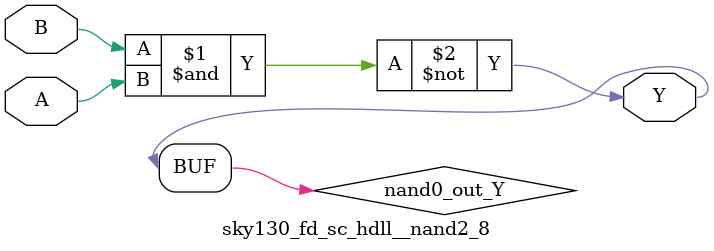
<source format=v>
/*
 * Copyright 2020 The SkyWater PDK Authors
 *
 * Licensed under the Apache License, Version 2.0 (the "License");
 * you may not use this file except in compliance with the License.
 * You may obtain a copy of the License at
 *
 *     https://www.apache.org/licenses/LICENSE-2.0
 *
 * Unless required by applicable law or agreed to in writing, software
 * distributed under the License is distributed on an "AS IS" BASIS,
 * WITHOUT WARRANTIES OR CONDITIONS OF ANY KIND, either express or implied.
 * See the License for the specific language governing permissions and
 * limitations under the License.
 *
 * SPDX-License-Identifier: Apache-2.0
*/


`ifndef SKY130_FD_SC_HDLL__NAND2_8_FUNCTIONAL_V
`define SKY130_FD_SC_HDLL__NAND2_8_FUNCTIONAL_V

/**
 * nand2: 2-input NAND.
 *
 * Verilog simulation functional model.
 */

`timescale 1ns / 1ps
`default_nettype none

`celldefine
module sky130_fd_sc_hdll__nand2_8 (
    Y,
    A,
    B
);

    // Module ports
    output Y;
    input  A;
    input  B;

    // Local signals
    wire nand0_out_Y;

    //   Name   Output       Other arguments
    nand nand0 (nand0_out_Y, B, A           );
    buf  buf0  (Y          , nand0_out_Y    );

endmodule
`endcelldefine

`default_nettype wire
`endif  // SKY130_FD_SC_HDLL__NAND2_8_FUNCTIONAL_V

</source>
